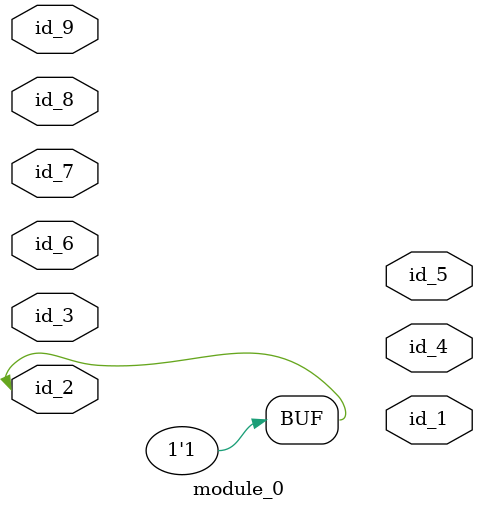
<source format=v>
module module_0 (
    id_1,
    id_2,
    id_3,
    id_4,
    id_5,
    id_6,
    id_7,
    id_8,
    id_9
);
  input id_9;
  input id_8;
  input id_7;
  inout id_6;
  output id_5;
  output id_4;
  inout id_3;
  inout id_2;
  output id_1;
  assign id_2 = 1;
endmodule

</source>
